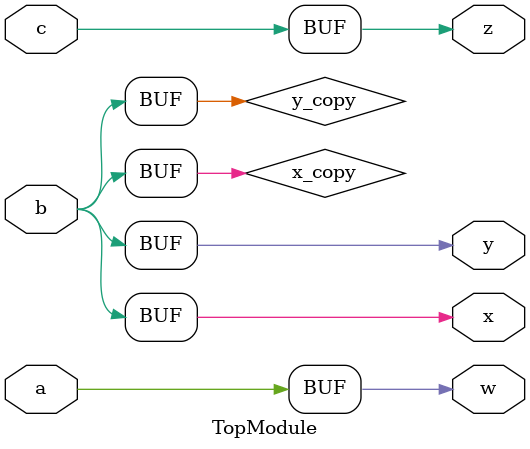
<source format=sv>

module TopModule (
  input a,
  input b,
  input c,
  output w,
  output x,
  output y,
  output z
);
assign w = a; // Assign signal 'a' to 'w'
wire x_copy, y_copy; // Add separate wires for 'x' and 'y' to avoid combinational loops
assign x_copy = b;
assign y_copy = b;
assign x = x_copy; // Assign the copy of 'b' to 'x'
assign y = y_copy; // Assign the copy of 'b' to 'y'
assign z = c; // Assign signal 'c' to 'z'

endmodule

</source>
